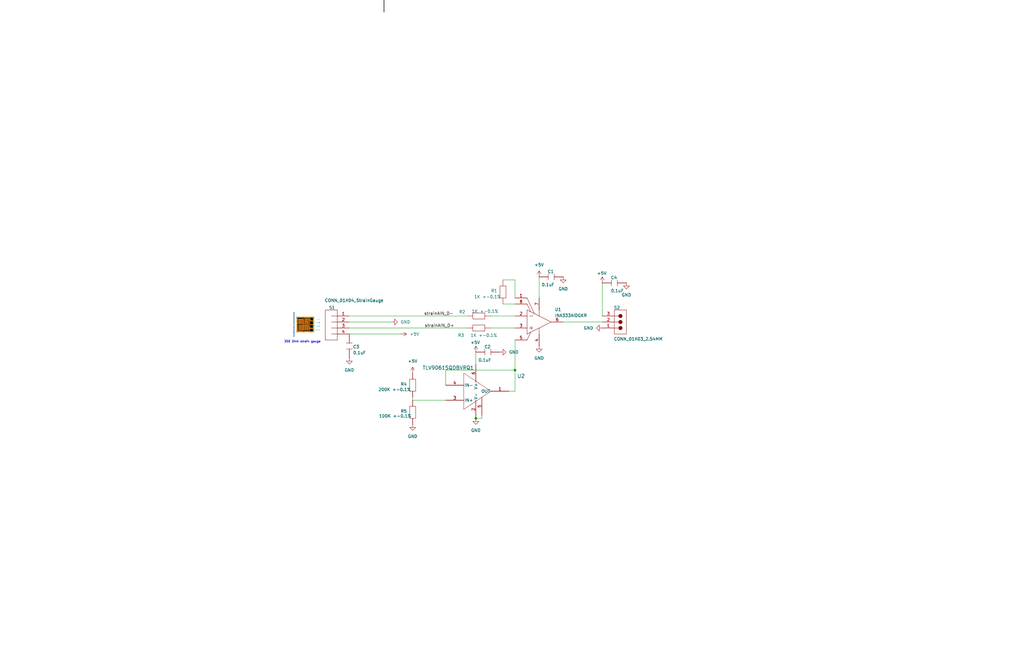
<source format=kicad_sch>
(kicad_sch (version 20250114) (generator "eeschema") (generator_version "9.0")
  (paper "User" 431.8 279.4)
  (lib_symbols
    (symbol "StrainAmplifierV1:TLV9061SQDBVRQ1" (pin_names (offset 0.254))
      (property "Reference" "U2" (at 31.75 3.8802 0))
      (property "Value" "TLV9061SQDBVRQ1" (at 1.016 7.366 0))
      (symbol "TLV9061SQDBVRQ1_0_1"
        (polyline (pts (xy 7.62 5.08) (xy 7.62 -10.16)) (stroke (width 0.127)))
        (polyline (pts (xy 7.62 -10.16) (xy 19.05 -2.54)) (stroke (width 0.127)))
        (polyline (pts (xy 19.05 -2.54) (xy 7.62 5.08)) (stroke (width 0.127)))
        (pin input line (at 0 0 0) (length 7.62) (name "IN-") (number "4"))
        (pin input line (at 0 -6.35 0) (length 7.62) (name "IN+") (number "3"))
        (pin power_in line (at 12.7 8.89 270) (length 7.62) (name "V+") (number "6"))
        (pin power_in line (at 12.7 -13.97 90) (length 7.62) (name "V-") (number "2"))
        (pin output line (at 26.67 -2.54 180) (length 7.62) (name "OUT") (number "1"))
      )
      (symbol "TLV9061SQDBVRQ1_1_1"
        (pin passive line (at 15.24 -12.7 90) (length 7.62) (name "") (number "5"))
      )
    )
    (symbol "StrainAmplifierV1:root_0_CAP_0805_GenericSchematic-library.SchLib" (pin_numbers (hide yes)) (pin_names (hide yes))
      (symbol "root_0_CAP_0805_GenericSchematic-library.SchLib_1_0"
        (polyline (pts (xy -1.27 1.27) (xy -1.27 -1.27)))
        (polyline (pts (xy 1.27 1.27) (xy 1.27 -1.27)))
        (pin passive line (at -5.08 0 0) (length 3.81) (name "") (number "1"))
        (pin passive line (at 5.08 0 180) (length 3.81) (name "") (number "2"))
      )
    )
    (symbol "StrainAmplifierV1:root_0_CONN_01X04_StrainGauge_GenericSchematic-library.SchLib" (pin_names (hide yes))
      (symbol "root_0_CONN_01X04_StrainGauge_GenericSchematic-library.SchLib_1_0"
        (polyline (pts (xy -2.54 7.62) (xy 2.54 7.62) (xy 2.54 -5.08) (xy -2.54 -5.08) (xy -2.54 7.62)))
        (polyline (pts (xy 2.54 5.08) (xy 0 5.08)))
        (polyline (pts (xy 2.54 2.54) (xy 0 2.54)))
        (polyline (pts (xy 2.54 0) (xy 0 0)))
        (polyline (pts (xy 2.54 -2.54) (xy 0 -2.54)))
        (pin input line (at 7.62 5.08 180) (length 5.08) (name "") (number "1"))
        (pin power_out line (at 7.62 2.54 180) (length 5.08) (name "") (number "2"))
        (pin input line (at 7.62 0 180) (length 5.08) (name "") (number "3"))
        (pin power_out line (at 7.62 -2.54 180) (length 5.08) (name "") (number "4"))
      )
    )
    (symbol "StrainAmplifierV1:root_0_TI-INAXXXXXX8_Altium Content Vault" (pin_names (hide yes))
      (symbol "root_0_TI-INAXXXXXX8_Altium Content Vault_1_0"
        (polyline (pts (xy 0 0) (xy 0 -10.16)))
        (polyline (pts (xy 0 0) (xy 10.16 -5.08)))
        (polyline (pts (xy 0 -10.16) (xy 10.16 -5.08)))
        (polyline (pts (xy 1.016 -2.54) (xy 2.54 -2.54)))
        (polyline (pts (xy 1.016 -7.62) (xy 2.54 -7.62)))
        (polyline (pts (xy 1.524 -0.762) (xy 0 2.54)))
        (polyline (pts (xy 1.524 -9.398) (xy 0 -12.7)))
        (polyline (pts (xy 1.778 -6.858) (xy 1.778 -8.382)))
        (polyline (pts (xy 3.048 -1.524) (xy 0 5.08)))
        (polyline (pts (xy 5.08 0) (xy 5.08 -2.54)))
        (polyline (pts (xy 5.08 -7.62) (xy 5.08 -10.16)))
        (pin input line (at -5.08 5.08 0) (length 5.08) (name "RG") (number "1"))
        (pin input line (at -5.08 2.54 0) (length 5.08) (name "RG") (number "8"))
        (pin input line (at -5.08 -2.54 0) (length 5.08) (name "VIN-") (number "2"))
        (pin input line (at -5.08 -7.62 0) (length 5.08) (name "VIN+") (number "3"))
        (pin input line (at -5.08 -12.7 0) (length 5.08) (name "REF") (number "5"))
        (pin power_in line (at 5.08 5.08 270) (length 5.08) (name "V+") (number "7"))
        (pin power_in line (at 5.08 -15.24 90) (length 5.08) (name "V-") (number "4"))
        (pin output line (at 15.24 -5.08 180) (length 5.08) (name "VOUT") (number "6"))
      )
    )
    (symbol "StrainAmplifierV1:root_1_CAP_0805_GenericSchematic-library.SchLib" (pin_numbers (hide yes)) (pin_names (hide yes))
      (symbol "root_1_CAP_0805_GenericSchematic-library.SchLib_1_0"
        (polyline (pts (xy -1.27 1.27) (xy 1.27 1.27)))
        (polyline (pts (xy -1.27 -1.27) (xy 1.27 -1.27)))
        (pin passive line (at 0 5.08 270) (length 3.81) (name "") (number "2"))
        (pin passive line (at 0 -5.08 90) (length 3.81) (name "") (number "1"))
      )
    )
    (symbol "StrainAmplifierV1:root_1_RES_0805_GenericSchematic-library.SchLib" (pin_numbers (hide yes)) (pin_names (hide yes))
      (symbol "root_1_RES_0805_GenericSchematic-library.SchLib_1_0"
        (polyline (pts (xy 0 -2.54) (xy -1.27 -2.54) (xy -1.27 2.54) (xy 1.27 2.54) (xy 1.27 -2.54) (xy 0 -2.54)))
        (pin passive line (at 0 5.08 270) (length 2.54) (name "") (number "2"))
        (pin passive line (at 0 -5.08 90) (length 2.54) (name "") (number "1"))
      )
    )
    (symbol "StrainAmplifierV1:root_2_CAP_0805_GenericSchematic-library.SchLib" (pin_numbers (hide yes)) (pin_names (hide yes))
      (symbol "root_2_CAP_0805_GenericSchematic-library.SchLib_1_0"
        (polyline (pts (xy -1.27 -1.27) (xy -1.27 1.27)))
        (polyline (pts (xy 1.27 -1.27) (xy 1.27 1.27)))
        (pin passive line (at -5.08 0 0) (length 3.81) (name "") (number "2"))
        (pin passive line (at 5.08 0 180) (length 3.81) (name "") (number "1"))
      )
    )
    (symbol "StrainAmplifierV1:root_2_RES_0805_GenericSchematic-library.SchLib" (pin_numbers (hide yes)) (pin_names (hide yes))
      (symbol "root_2_RES_0805_GenericSchematic-library.SchLib_1_0"
        (polyline (pts (xy 2.54 0) (xy 2.54 -1.27) (xy -2.54 -1.27) (xy -2.54 1.27) (xy 2.54 1.27) (xy 2.54 0)))
        (pin passive line (at -5.08 0 0) (length 2.54) (name "") (number "2"))
        (pin passive line (at 5.08 0 180) (length 2.54) (name "") (number "1"))
      )
    )
    (symbol "StrainAmplifierV1:root_2_mirrored_CONN_01X03_2.54MM_GenericSchematic-library.SchLib" (pin_names (hide yes))
      (symbol "root_2_mirrored_CONN_01X03_2.54MM_GenericSchematic-library.SchLib_1_0"
        (polyline (pts (xy 0 2.54) (xy 1.778 2.54)))
        (polyline (pts (xy 0 0) (xy 1.778 0)))
        (polyline (pts (xy 0 -2.54) (xy 1.778 -2.54)))
        (circle (center 2.54 2.54) (radius 0.762) (fill (type outline)))
        (circle (center 2.54 0) (radius 0.762) (fill (type outline)))
        (circle (center 2.54 -2.54) (radius 0.762) (fill (type outline)))
        (polyline (pts (xy 5.08 -5.08) (xy 0 -5.08) (xy 0 5.08) (xy 5.08 5.08) (xy 5.08 -5.08)))
        (pin passive line (at -5.08 2.54 0) (length 5.08) (name "3") (number "3"))
        (pin passive line (at -5.08 0 0) (length 5.08) (name "2") (number "2"))
        (pin passive line (at -5.08 -2.54 0) (length 5.08) (name "1") (number "1"))
      )
    )
    (symbol "power:+5V" (power) (pin_numbers (hide yes)) (pin_names (offset 0) (hide yes))
      (property "Value" "+5V" (at 0 3.556 0))
      (symbol "+5V_0_1"
        (polyline (pts (xy -0.762 1.27) (xy 0 2.54)))
        (polyline (pts (xy 0 2.54) (xy 0.762 1.27)))
        (polyline (pts (xy 0 0) (xy 0 2.54)))
      )
      (symbol "+5V_1_1"
        (pin power_in line (at 0 0 90) (length 0) (name "~") (number "1"))
      )
    )
    (symbol "power:GND" (power) (pin_numbers (hide yes)) (pin_names (offset 0) (hide yes))
      (property "Value" "GND" (at 0 -3.81 0))
      (symbol "GND_0_1"
        (polyline (pts (xy 0 0) (xy 0 -1.27) (xy 1.27 -1.27) (xy 0 -2.54) (xy -1.27 -1.27) (xy 0 -1.27)))
      )
      (symbol "GND_1_1"
        (pin power_in line (at 0 0 270) (length 0) (name "~") (number "1"))
      )
    )
  )
  (text "350 Ohm strain gauge" (at 127.508 144.272 0) (effects (font (size 0.889 0.889))))
  (junction (at 217.17 156.21))
  (junction (at 200.66 176.53))
  (wire (pts (xy 217.17 165.1) (xy 214.63 165.1)))
  (wire (pts (xy 212.09 128.27) (xy 217.17 128.27)))
  (wire (pts (xy 217.17 143.51) (xy 217.17 156.21)))
  (wire (pts (xy 147.32 140.97) (xy 168.91 140.97)))
  (wire (pts (xy 237.49 135.89) (xy 254 135.89)))
  (wire (pts (xy 254 119.38) (xy 254 133.35)))
  (wire (pts (xy 147.32 138.43) (xy 196.85 138.43)))
  (wire (pts (xy 203.2 176.53) (xy 203.2 175.26)))
  (wire (pts (xy 217.17 156.21) (xy 217.17 165.1)))
  (wire (pts (xy 207.01 138.43) (xy 217.17 138.43)))
  (wire (pts (xy 173.99 167.64) (xy 173.99 168.91)))
  (wire (pts (xy 227.33 125.73) (xy 227.33 116.84)))
  (wire (pts (xy 200.66 148.59) (xy 200.66 153.67)))
  (wire (pts (xy 217.17 125.73) (xy 217.17 118.11)))
  (polyline (pts (xy 161.925 5.08) (xy 161.925 0)) (stroke (width 0.254) (type solid) (color 0 0 0 1)))
  (wire (pts (xy 147.32 135.89) (xy 165.1 135.89)))
  (wire (pts (xy 187.96 156.21) (xy 217.17 156.21)))
  (wire (pts (xy 207.01 133.35) (xy 217.17 133.35)))
  (wire (pts (xy 217.17 118.11) (xy 212.09 118.11)))
  (wire (pts (xy 147.32 133.35) (xy 196.85 133.35)))
  (wire (pts (xy 173.99 168.91) (xy 187.96 168.91)))
  (wire (pts (xy 187.96 162.56) (xy 187.96 156.21)))
  (wire (pts (xy 200.66 176.53) (xy 203.2 176.53)))
  (image (at 129.286 136.398) (scale 0.0255308))
  (label "strainAIN_D-" (at 178.816 133.35 0))
  (label "strainAIN_D+" (at 179.07 138.43 0))
  (symbol (lib_id "power:GND") (at 210.82 148.59 90) (unit 1)
    (property "Reference" "#PWR012" (effects (hide yes)))
    (property "Value" "GND" (at 214.63 148.5899 90) (effects (justify right)))
    (property "Description" "Power symbol creates a global label with name \"GND\" , ground" (effects (hide yes)))
  )
  (symbol (lib_id "power:+5V") (at 168.91 140.97 270) (unit 1)
    (property "Reference" "#PWR03" (effects (hide yes)))
    (property "Value" "+5V" (at 172.72 140.9699 90) (effects (justify left)))
    (property "Description" "Power symbol creates a global label with name \"+5V\"" (effects (hide yes)))
  )
  (symbol (lib_id "power:GND") (at 254 138.43 270) (unit 1)
    (property "Reference" "#PWR010" (effects (hide yes)))
    (property "Value" "GND" (at 250.19 138.4299 90) (effects (justify right)))
    (property "Description" "Power symbol creates a global label with name \"GND\" , ground" (effects (hide yes)))
  )
  (symbol (lib_id "StrainAmplifierV1:root_0_CAP_0805_GenericSchematic-library.SchLib") (at 232.41 116.84 0) (unit 0)
    (property "Reference" "C1" (at 230.886 115.316 0) (effects (justify left bottom)))
    (property "Value" "0.1uF" (at 228.346 120.904 0) (effects (justify left bottom)))
    (property "Footprint" "Capacitor_SMD:C_0805_2012Metric_Pad1.18x1.45mm_HandSolder" (effects (hide yes)))
    (property "Description" "Generic 0805 component" (effects (hide yes)))
    (property "MANUFACTURER" "YAGEO" (effects (hide yes)))
    (property "MANUFACTURER PART NUMBER" "CC0805JRNPO9BN250" (effects (hide yes)))
    (property "VOLTAGE RATING" "50" (effects (hide yes)))
    (property "DISTRIBUTOR LINK" "https://www.digikey.ca/en/products/detail/yageo/CC0805JRNPO9BN250/5884044" (effects (hide yes)))
  )
  (symbol (lib_id "power:GND") (at 200.66 176.53 0) (unit 1)
    (property "Reference" "#PWR06" (effects (hide yes)))
    (property "Value" "GND" (at 200.66 181.61 0))
    (property "Description" "Power symbol creates a global label with name \"GND\" , ground" (effects (hide yes)))
  )
  (symbol (lib_id "StrainAmplifierV1:root_0_CONN_01X04_StrainGauge_GenericSchematic-library.SchLib") (at 139.7 138.43 0) (unit 1)
    (property "Reference" "S1" (at 138.684 130.556 0) (effects (justify left bottom)))
    (property "Value" "CONN_01X04_StrainGauge" (at 136.906 127.508 0) (effects (justify left bottom)))
    (property "Footprint" "StrainAmplifierV1:CONN_01X04" (effects (hide yes)))
  )
  (symbol (lib_id "StrainAmplifierV1:root_1_CAP_0805_GenericSchematic-library.SchLib") (at 147.32 146.05 0) (unit 0)
    (property "Reference" "C3" (at 148.844 147.066 0) (effects (justify left bottom)))
    (property "Value" "0.1uF" (at 148.844 149.606 0) (effects (justify left bottom)))
    (property "Footprint" "Capacitor_SMD:C_0805_2012Metric_Pad1.18x1.45mm_HandSolder" (effects (hide yes)))
    (property "Description" "Generic 0805 component" (effects (hide yes)))
    (property "MANUFACTURER" "YAGEO" (effects (hide yes)))
    (property "MANUFACTURER PART NUMBER" "CC0805JRNPO9BN250" (effects (hide yes)))
    (property "VOLTAGE RATING" "50" (effects (hide yes)))
    (property "DISTRIBUTOR LINK" "https://www.digikey.ca/en/products/detail/yageo/CC0805JRNPO9BN250/5884044" (effects (hide yes)))
  )
  (symbol (lib_id "StrainAmplifierV1:root_2_CAP_0805_GenericSchematic-library.SchLib") (at 259.08 119.38 0) (unit 0)
    (property "Reference" "C4" (at 257.556 117.856 0) (effects (justify left bottom)))
    (property "Value" "0.1uF" (at 257.556 123.444 0) (effects (justify left bottom)))
    (property "Footprint" "Capacitor_SMD:C_0805_2012Metric_Pad1.18x1.45mm_HandSolder" (effects (hide yes)))
    (property "Description" "Generic 0805 component" (effects (hide yes)))
    (property "MANUFACTURER" "YAGEO" (effects (hide yes)))
    (property "MANUFACTURER PART NUMBER" "CC0805JRNPO9BN250" (effects (hide yes)))
    (property "VOLTAGE RATING" "50" (effects (hide yes)))
    (property "DISTRIBUTOR LINK" "https://www.digikey.ca/en/products/detail/yageo/CC0805JRNPO9BN250/5884044" (effects (hide yes)))
  )
  (symbol (lib_id "power:GND") (at 227.33 146.05 0) (unit 1)
    (property "Reference" "#PWR07" (effects (hide yes)))
    (property "Value" "GND" (at 227.33 151.13 0))
    (property "Description" "Power symbol creates a global label with name \"GND\" , ground" (effects (hide yes)))
  )
  (symbol (lib_id "power:+5V") (at 254 119.38 0) (unit 1)
    (property "Reference" "#PWR014" (effects (hide yes)))
    (property "Value" "+5V" (at 253.746 115.316 0))
    (property "Description" "Power symbol creates a global label with name \"+5V\"" (effects (hide yes)))
  )
  (symbol (lib_id "StrainAmplifierV1:root_1_RES_0805_GenericSchematic-library.SchLib") (at 173.99 162.56 0) (unit 0)
    (property "Reference" "R4" (at 168.91 162.814 0) (effects (justify left bottom)))
    (property "Value" "200K +-0.1%" (at 159.512 165.1 0) (effects (justify left bottom)))
    (property "Footprint" "Resistor_SMD:R_0805_2012Metric_Pad1.20x1.40mm_HandSolder" (effects (hide yes)))
    (property "Description" "RES_0805" (effects (hide yes)))
    (property "DISTRIBUTOR LINK" "https://www.digikey.ca/en/products/detail/koa-speer-electronics-inc/RN73R2ATTD2003B25/10027580" (effects (hide yes)))
    (property "MANUFACTURER PART NUMBER" "RN73R2ATTD2003B25" (effects (hide yes)))
    (property "MANUFACTURER" "KOA Speer Electronics, Inc." (effects (hide yes)))
  )
  (symbol (lib_id "StrainAmplifierV1:root_2_RES_0805_GenericSchematic-library.SchLib") (at 201.93 133.35 0) (unit 0)
    (property "Reference" "R2" (at 193.548 132.334 0) (effects (justify left bottom)))
    (property "Value" "1K +-0.1%" (at 198.882 132.08 0) (effects (justify left bottom)))
    (property "Footprint" "Resistor_SMD:R_0805_2012Metric_Pad1.20x1.40mm_HandSolder" (effects (hide yes)))
    (property "Description" "RES_0805" (effects (hide yes)))
    (property "DISTRIBUTOR LINK" "https://www.digikey.ca/en/products/detail/stackpole-electronics-inc/RNCS0805BKE1K00/1800073" (effects (hide yes)))
    (property "MANUFACTURER PART NUMBER" "RNCS0805BKE1K00" (effects (hide yes)))
    (property "MANUFACTURER" "Stackpole Electronics Inc" (effects (hide yes)))
  )
  (symbol (lib_id "StrainAmplifierV1:root_1_RES_0805_GenericSchematic-library.SchLib") (at 173.99 173.99 0) (unit 0)
    (property "Reference" "R5" (at 168.91 174.244 0) (effects (justify left bottom)))
    (property "Value" "100K +-0.1%" (at 159.766 176.276 0) (effects (justify left bottom)))
    (property "Footprint" "Resistor_SMD:R_0805_2012Metric_Pad1.20x1.40mm_HandSolder" (effects (hide yes)))
    (property "Description" "RES_0805" (effects (hide yes)))
    (property "DISTRIBUTOR LINK" "https://www.digikey.ca/en/products/detail/stackpole-electronics-inc/RNCS0805BKE100K/1800066" (effects (hide yes)))
    (property "MANUFACTURER PART NUMBER" "RNCS0805BKE100K" (effects (hide yes)))
    (property "MANUFACTURER" "Stackpole Electronics Inc" (effects (hide yes)))
  )
  (symbol (lib_id "power:+5V") (at 227.33 116.84 0) (unit 1)
    (property "Reference" "#PWR01" (effects (hide yes)))
    (property "Value" "+5V" (at 227.33 111.76 0))
    (property "Description" "Power symbol creates a global label with name \"+5V\"" (effects (hide yes)))
  )
  (symbol (lib_id "power:GND") (at 237.49 116.84 0) (unit 1)
    (property "Reference" "#PWR08" (effects (hide yes)))
    (property "Value" "GND" (at 237.49 121.92 0))
    (property "Description" "Power symbol creates a global label with name \"GND\" , ground" (effects (hide yes)))
  )
  (symbol (lib_id "power:+5V") (at 200.66 148.59 0) (unit 1)
    (property "Reference" "#PWR013" (effects (hide yes)))
    (property "Value" "+5V" (at 200.406 144.526 0))
    (property "Description" "Power symbol creates a global label with name \"+5V\"" (effects (hide yes)))
  )
  (symbol (lib_id "StrainAmplifierV1:TLV9061SQDBVRQ1") (at 187.96 162.56 0) (unit 1)
    (property "Reference" "U2" (at 219.71 158.6798 0) (effects (font (size 1.524 1.524))))
    (property "Value" "TLV9061SQDBVRQ1" (at 188.976 155.194 0) (effects (font (size 1.524 1.524))))
    (property "Footprint" "Package_TO_SOT_SMD:TSOT-23-6" (effects (hide yes)))
    (property "Datasheet" "https://www.ti.com/lit/gpn/tlv9061-q1" (effects (hide yes)))
  )
  (symbol (lib_id "StrainAmplifierV1:root_1_RES_0805_GenericSchematic-library.SchLib") (at 212.09 123.19 0) (unit 0)
    (property "Reference" "R1" (at 207.01 123.444 0) (effects (justify left bottom)))
    (property "Value" "1K +-0.1%" (at 199.898 125.984 0) (effects (justify left bottom)))
    (property "Footprint" "Resistor_SMD:R_0805_2012Metric_Pad1.20x1.40mm_HandSolder" (effects (hide yes)))
    (property "Description" "RES_0805" (effects (hide yes)))
    (property "DISTRIBUTOR LINK" "https://www.digikey.ca/en/products/detail/stackpole-electronics-inc/RNCS0805BKE1K00/1800073" (effects (hide yes)))
    (property "MANUFACTURER PART NUMBER" "RNCS0805BKE1K00" (effects (hide yes)))
    (property "MANUFACTURER" "Stackpole Electronics Inc" (effects (hide yes)))
  )
  (symbol (lib_id "StrainAmplifierV1:root_2_mirrored_CONN_01X03_2.54MM_GenericSchematic-library.SchLib") (at 259.08 135.89 0) (unit 1)
    (property "Reference" "S2" (at 258.826 130.556 0) (effects (justify left bottom)))
    (property "Value" "CONN_01X03_2.54MM" (at 258.826 143.764 0) (effects (justify left bottom)))
    (property "Footprint" "Connector_PinHeader_2.54mm:PinHeader_1x03_P2.54mm_Vertical" (effects (hide yes)))
  )
  (symbol (lib_id "power:GND") (at 264.16 119.38 0) (unit 1)
    (property "Reference" "#PWR09" (effects (hide yes)))
    (property "Value" "GND" (at 264.16 124.46 0))
    (property "Description" "Power symbol creates a global label with name \"GND\" , ground" (effects (hide yes)))
  )
  (symbol (lib_id "StrainAmplifierV1:root_0_TI-INAXXXXXX8_Altium Content Vault") (at 222.25 130.81 0) (unit 1)
    (property "Reference" "U1" (at 233.934 131.318 0) (effects (justify left bottom)))
    (property "Value" "INA333AIDGKR" (at 233.934 133.858 0) (effects (justify left bottom)))
    (property "Footprint" "Package_SO:VSSOP-8_3x3mm_P0.65mm" (effects (hide yes)))
    (property "Description" "Low Power, Precision Instrumentation Amplifier, -40 to 125 degC, 8-pin SOP (DGK8), Green (RoHS & no Sb/Br)" (effects (hide yes)))
    (property "INPUT OFFSET DRIFT (+/-)(MAX)(UV/DEGREES CELSIUS)" "0.1" (effects (hide yes)))
    (property "VS(MAX)(V)" "5.5" (effects (hide yes)))
    (property "CODE_JEDEC" "MO-187" (effects (hide yes)))
    (property "INPUT BIAS CURRENT (+/-)(MAX)(NA)" "0.2" (effects (hide yes)))
    (property "ECO-PLAN" "Green (RoHS & no Sb/Br)" (effects (hide yes)))
    (property "COMPONENTLINK2URL" "http://www.ti.com/general/docs/lit/getliterature.tsp?genericPartNumber=INA333&fileType=pdf" (effects (hide yes)))
    (property "OUTPUT OFFSET (+/-)(MAX)(UV)" "75/G" (effects (hide yes)))
    (property "MOUNTING TECHNOLOGY" "Surface Mount" (effects (hide yes)))
    (property "PARTNUMBER" "INA333AIDGKR" (effects (hide yes)))
    (property "CMRR(MIN)(DB)" "100" (effects (hide yes)))
    (property "MANUFACTURER" "Texas Instruments" (effects (hide yes)))
    (property "COMPONENTLINK3URL" "http://www.ti.com/litv/pdf/mpds028d" (effects (hide yes)))
    (property "NOISE AT 1KHZ(TYP)(NV/RT(HZ))" "50" (effects (hide yes)))
    (property "COMPONENTLINK1URL" "http://www.ti.com/" (effects (hide yes)))
    (property "OUTPUT OFFSET DRIFT (+/-)(MAX)(UV/DEGREES CELSIUS)" "0.5/G" (effects (hide yes)))
    (property "VS(MIN)(V)" "1.8" (effects (hide yes)))
    (property "DATASHEETVERSION" "SBOS445B" (effects (hide yes)))
    (property "QUIESCENT CURRENT (+/-)(TYP)(MA)" "0.05" (effects (hide yes)))
    (property "COMPONENTLINK2DESCRIPTION" "Datasheet" (effects (hide yes)))
    (property "PACKAGEVERSION" "4073329/E, 05/2006" (effects (hide yes)))
    (property "PACKAGEREFERENCE" "DGK0008A" (effects (hide yes)))
    (property "COMPONENTLINK3DESCRIPTION" "Package Specification" (effects (hide yes)))
    (property "GAIN(V/V)" "1 to 1000" (effects (hide yes)))
    (property "SUBFAMILY" "Single Supply" (effects (hide yes)))
    (property "NUMBER OF CHANNELS" "1" (effects (hide yes)))
    (property "INPUT OFFSET (+/-)(MAX)(UV)" "25" (effects (hide yes)))
    (property "PACKAGEDESCRIPTION" "8-Pin Thin Small Outline, Body 3 x 3 mm, Pitch 0.65 mm" (effects (hide yes)))
    (property "COMPONENTLINK1DESCRIPTION" "Manufacturer URL" (effects (hide yes)))
  )
  (symbol (lib_id "power:+5V") (at 173.99 157.48 0) (unit 1)
    (property "Reference" "#PWR02" (effects (hide yes)))
    (property "Value" "+5V" (at 173.99 152.4 0))
    (property "Description" "Power symbol creates a global label with name \"+5V\"" (effects (hide yes)))
  )
  (symbol (lib_id "power:GND") (at 147.32 151.13 0) (unit 1)
    (property "Reference" "#PWR05" (effects (hide yes)))
    (property "Value" "GND" (at 147.32 156.21 0))
    (property "Description" "Power symbol creates a global label with name \"GND\" , ground" (effects (hide yes)))
  )
  (symbol (lib_id "StrainAmplifierV1:root_0_CAP_0805_GenericSchematic-library.SchLib") (at 205.74 148.59 0) (unit 0)
    (property "Reference" "C2" (at 204.216 147.066 0) (effects (justify left bottom)))
    (property "Value" "0.1uF" (at 201.676 152.654 0) (effects (justify left bottom)))
    (property "Footprint" "Capacitor_SMD:C_0805_2012Metric_Pad1.18x1.45mm_HandSolder" (effects (hide yes)))
    (property "Description" "Generic 0805 component" (effects (hide yes)))
    (property "MANUFACTURER" "YAGEO" (effects (hide yes)))
    (property "MANUFACTURER PART NUMBER" "CC0805JRNPO9BN250" (effects (hide yes)))
    (property "VOLTAGE RATING" "50" (effects (hide yes)))
    (property "DISTRIBUTOR LINK" "https://www.digikey.ca/en/products/detail/yageo/CC0805JRNPO9BN250/5884044" (effects (hide yes)))
  )
  (symbol (lib_id "StrainAmplifierV1:root_2_RES_0805_GenericSchematic-library.SchLib") (at 201.93 138.43 0) (unit 0)
    (property "Reference" "R3" (at 193.04 142.24 0) (effects (justify left bottom)))
    (property "Value" "1K +-0.1%" (at 198.374 142.24 0) (effects (justify left bottom)))
    (property "Footprint" "Resistor_SMD:R_0805_2012Metric_Pad1.20x1.40mm_HandSolder" (effects (hide yes)))
    (property "Description" "RES_0805" (effects (hide yes)))
    (property "DISTRIBUTOR LINK" "https://www.digikey.ca/en/products/detail/stackpole-electronics-inc/RNCS0805BKE1K00/1800073" (effects (hide yes)))
    (property "MANUFACTURER PART NUMBER" "RNCS0805BKE1K00" (effects (hide yes)))
    (property "MANUFACTURER" "Stackpole Electronics Inc" (effects (hide yes)))
  )
  (symbol (lib_id "power:GND") (at 165.1 135.89 90) (unit 1)
    (property "Reference" "#PWR011" (effects (hide yes)))
    (property "Value" "GND" (at 168.91 135.8899 90) (effects (justify right)))
    (property "Description" "Power symbol creates a global label with name \"GND\" , ground" (effects (hide yes)))
  )
  (symbol (lib_id "power:GND") (at 173.99 179.07 0) (unit 1)
    (property "Reference" "#PWR04" (effects (hide yes)))
    (property "Value" "GND" (at 173.99 184.15 0))
    (property "Description" "Power symbol creates a global label with name \"GND\" , ground" (effects (hide yes)))
  )
)
</source>
